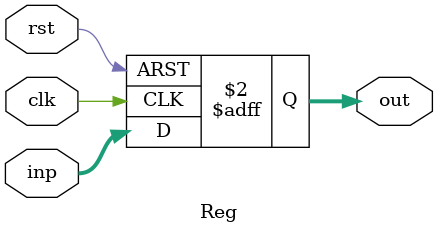
<source format=v>
module Reg(inp,out,rst,clk);
    input rst,clk;
    input[31:0] inp;
    output reg[31:0] out;
    always @(posedge clk, posedge rst) begin
        if(rst)
            out = 32'b0;
        else
            out = inp;
    end
endmodule
</source>
